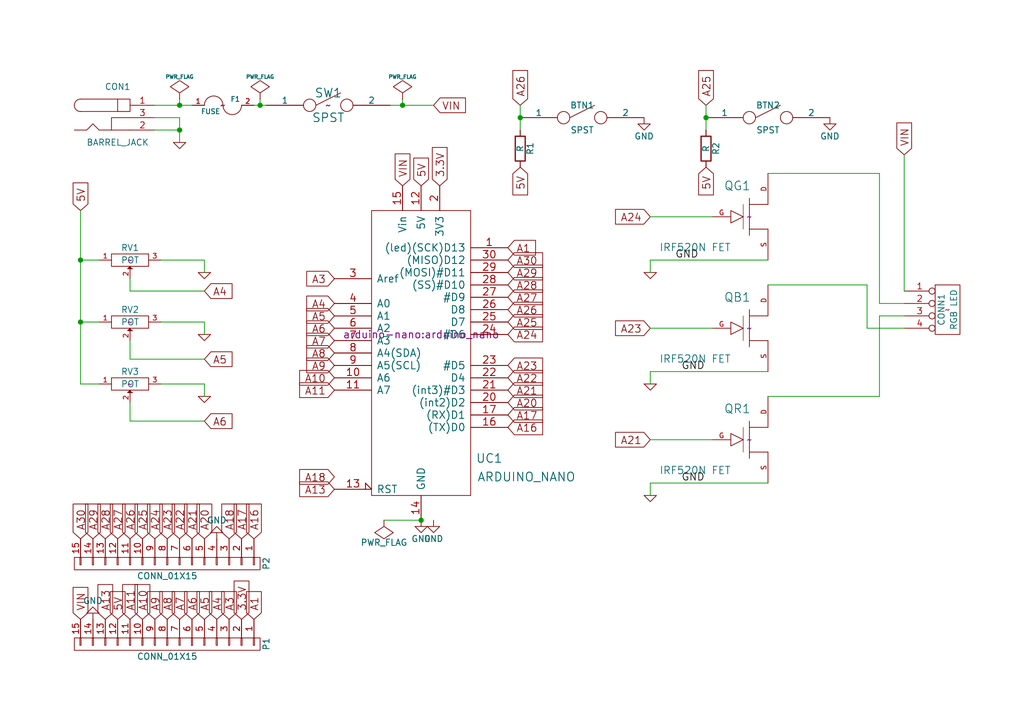
<source format=kicad_sch>
(kicad_sch (version 20230121) (generator eeschema)
  (paper "User" 210.007 148.488)
  (title_block (title "RGB LED v2.1") (date "2017-02-19") (rev "2.1") (company "coredump Hackerspace"))
  (lib_symbols
    (symbol "arduino-nano:arduino_nano" (pin_names (offset 1.016))
      (property "Reference" "U" (at 12.7 -24.13 0))
      (property "Value" "arduino_nano" (at 19.05 -26.67 0))
      (property "Footprint" "DIL20" (at 0 -1.27 0))
      (symbol "arduino_nano_0_0"
        (pin power_in line (at 0 -39.37 90) (length 5.08) (name "GND") (number "14"))
        (pin power_in line (at -3.81 29.21 270) (length 5.08) (name "Vin") (number "15"))
      )
      (symbol "arduino_nano_0_1"
        (rectangle (start -10.16 24.13) (end 10.16 -34.29))
      )
      (symbol "arduino_nano_1_1"
        (pin input line (at 17.78 16.51 180) (length 7.62) (name "(led)(SCK)D13") (number "1"))
        (pin bidirectional line (at -17.78 -10.16 0) (length 7.62) (name "A6") (number "10"))
        (pin bidirectional line (at -17.78 -12.7 0) (length 7.62) (name "A7") (number "11"))
        (pin power_out line (at 0 29.21 270) (length 5.08) (name "5V") (number "12"))
        (pin input input_low (at -17.78 -33.02 0) (length 7.62) (name "RST") (number "13"))
        (pin bidirectional line (at 17.78 -20.32 180) (length 7.62) (name "(TX)D0") (number "16"))
        (pin bidirectional line (at 17.78 -17.78 180) (length 7.62) (name "(RX)D1") (number "17"))
        (pin input input_low (at -17.78 -30.48 0) (length 7.62) hide (name "RST") (number "18"))
        (pin power_in line (at 2.54 -39.37 90) (length 5.08) hide (name "GND") (number "19"))
        (pin power_out line (at 3.81 29.21 270) (length 5.08) (name "3V3") (number "2"))
        (pin bidirectional line (at 17.78 -15.24 180) (length 7.62) (name "(int2)D2") (number "20"))
        (pin bidirectional line (at 17.78 -12.7 180) (length 7.62) (name "(int3)#D3") (number "21"))
        (pin bidirectional line (at 17.78 -10.16 180) (length 7.62) (name "D4") (number "22"))
        (pin bidirectional line (at 17.78 -7.62 180) (length 7.62) (name "#D5") (number "23"))
        (pin bidirectional line (at 17.78 -1.27 180) (length 7.62) (name "#D6") (number "24"))
        (pin bidirectional line (at 17.78 1.27 180) (length 7.62) (name "D7") (number "25"))
        (pin bidirectional line (at 17.78 3.81 180) (length 7.62) (name "D8") (number "26"))
        (pin bidirectional line (at 17.78 6.35 180) (length 7.62) (name "#D9") (number "27"))
        (pin bidirectional line (at 17.78 8.89 180) (length 7.62) (name "(SS)#D10") (number "28"))
        (pin bidirectional line (at 17.78 11.43 180) (length 7.62) (name "(MOSI)#D11") (number "29"))
        (pin input line (at -17.78 10.16 0) (length 7.62) (name "Aref") (number "3"))
        (pin bidirectional line (at 17.78 13.97 180) (length 7.62) (name "(MISO)D12") (number "30"))
        (pin bidirectional line (at -17.78 5.08 0) (length 7.62) (name "A0") (number "4"))
        (pin bidirectional line (at -17.78 2.54 0) (length 7.62) (name "A1") (number "5"))
        (pin bidirectional line (at -17.78 0 0) (length 7.62) (name "A2") (number "6"))
        (pin bidirectional line (at -17.78 -2.54 0) (length 7.62) (name "A3") (number "7"))
        (pin bidirectional line (at -17.78 -5.08 0) (length 7.62) (name "A4(SDA)") (number "8"))
        (pin bidirectional line (at -17.78 -7.62 0) (length 7.62) (name "A5(SCL)") (number "9"))
      )
    )
    (symbol "rgb-led-v2-rescue:BARREL_JACK" (pin_names (offset 1.016))
      (property "Reference" "CON" (at 0 6.35 0))
      (property "Value" "BARREL_JACK" (at 0 -5.08 0))
      (symbol "BARREL_JACK_0_1"
        (arc (start -8.89 2.54) (mid -8.5271 1.6254) (end -7.62 1.27))
        (arc (start -7.62 3.81) (mid -8.5088 3.4366) (end -8.89 2.54))
        (polyline (pts (xy -7.62 1.27) (xy 0 1.27)))
        (polyline (pts (xy 0 3.81) (xy -7.62 3.81)))
        (polyline (pts (xy 2.54 0) (xy -1.27 0) (xy -1.27 -2.54)))
        (polyline (pts (xy 2.54 -2.54) (xy -3.81 -2.54) (xy -5.08 -1.27) (xy -6.35 -2.54) (xy -8.89 -2.54)))
        (rectangle (start 2.54 3.81) (end 0 1.27))
      )
      (symbol "BARREL_JACK_1_1"
        (pin passive line (at 7.62 2.54 180) (length 5.08) (name "~") (number "1"))
        (pin passive line (at 7.62 -2.54 180) (length 5.08) (name "~") (number "2"))
        (pin passive line (at 7.62 0 180) (length 5.08) (name "~") (number "3"))
      )
    )
    (symbol "rgb-led-v2-rescue:CONN_01X15" (pin_names (offset 1.016) hide)
      (property "Reference" "P" (at 0 20.32 0))
      (property "Value" "CONN_01X15" (at 2.54 0 90))
      (symbol "CONN_01X15_0_1"
        (rectangle (start -1.27 -17.653) (end 0.254 -17.907))
        (rectangle (start -1.27 -15.113) (end 0.254 -15.367))
        (rectangle (start -1.27 -12.573) (end 0.254 -12.827))
        (rectangle (start -1.27 -10.033) (end 0.254 -10.287))
        (rectangle (start -1.27 -7.493) (end 0.254 -7.747))
        (rectangle (start -1.27 -4.953) (end 0.254 -5.207))
        (rectangle (start -1.27 -2.413) (end 0.254 -2.667))
        (rectangle (start -1.27 0.127) (end 0.254 -0.127))
        (rectangle (start -1.27 2.667) (end 0.254 2.413))
        (rectangle (start -1.27 5.207) (end 0.254 4.953))
        (rectangle (start -1.27 7.747) (end 0.254 7.493))
        (rectangle (start -1.27 10.287) (end 0.254 10.033))
        (rectangle (start -1.27 12.827) (end 0.254 12.573))
        (rectangle (start -1.27 15.367) (end 0.254 15.113))
        (rectangle (start -1.27 17.907) (end 0.254 17.653))
        (rectangle (start -1.27 19.05) (end 1.27 -19.05))
      )
      (symbol "CONN_01X15_1_1"
        (pin passive line (at -5.08 17.78 0) (length 3.81) (name "P1") (number "1"))
        (pin passive line (at -5.08 -5.08 0) (length 3.81) (name "P10") (number "10"))
        (pin passive line (at -5.08 -7.62 0) (length 3.81) (name "P11") (number "11"))
        (pin passive line (at -5.08 -10.16 0) (length 3.81) (name "P12") (number "12"))
        (pin passive line (at -5.08 -12.7 0) (length 3.81) (name "P13") (number "13"))
        (pin passive line (at -5.08 -15.24 0) (length 3.81) (name "P14") (number "14"))
        (pin passive line (at -5.08 -17.78 0) (length 3.81) (name "P15") (number "15"))
        (pin passive line (at -5.08 15.24 0) (length 3.81) (name "P2") (number "2"))
        (pin passive line (at -5.08 12.7 0) (length 3.81) (name "P3") (number "3"))
        (pin passive line (at -5.08 10.16 0) (length 3.81) (name "P4") (number "4"))
        (pin passive line (at -5.08 7.62 0) (length 3.81) (name "P5") (number "5"))
        (pin passive line (at -5.08 5.08 0) (length 3.81) (name "P6") (number "6"))
        (pin passive line (at -5.08 2.54 0) (length 3.81) (name "P7") (number "7"))
        (pin passive line (at -5.08 0 0) (length 3.81) (name "P8") (number "8"))
        (pin passive line (at -5.08 -2.54 0) (length 3.81) (name "P9") (number "9"))
      )
    )
    (symbol "rgb-led-v2-rescue:CONN_4" (pin_names (offset 1.016) hide)
      (property "Reference" "P" (at -1.27 0 90))
      (property "Value" "CONN_4" (at 1.27 0 90))
      (symbol "CONN_4_0_1"
        (rectangle (start -2.54 5.08) (end 2.54 -5.08))
      )
      (symbol "CONN_4_1_1"
        (pin passive inverted (at -8.89 3.81 0) (length 6.35) (name "P1") (number "1"))
        (pin passive inverted (at -8.89 1.27 0) (length 6.35) (name "P2") (number "2"))
        (pin passive inverted (at -8.89 -1.27 0) (length 6.35) (name "P3") (number "3"))
        (pin passive inverted (at -8.89 -3.81 0) (length 6.35) (name "P4") (number "4"))
      )
    )
    (symbol "rgb-led-v2-rescue:FET_N" (pin_names (offset 0.762) hide)
      (property "Reference" "Q" (at -2.4638 6.35 0))
      (property "Value" "FET_N" (at -3.7338 -6.2738 0))
      (symbol "FET_N_0_1"
        (polyline (pts (xy 0 -3.81) (xy 0 3.81)) (stroke (width 0.1524)))
        (polyline (pts (xy 0 -2.54) (xy 3.81 -2.54)))
        (polyline (pts (xy 0 2.54) (xy 3.81 2.54)))
        (polyline (pts (xy -1.27 2.54) (xy -1.27 -2.54) (xy -1.27 -2.54)) (stroke (width 0.1016)))
        (polyline (pts (xy -1.27 0) (xy -3.81 -1.27) (xy -3.81 1.27) (xy -1.27 0) (xy -1.27 0)))
      )
      (symbol "FET_N_1_1"
        (pin passive line (at 3.81 8.89 270) (length 6.35) (name "D") (number "D"))
        (pin input line (at -7.62 0 0) (length 3.81) (name "G") (number "G"))
        (pin passive line (at 3.81 -8.89 90) (length 6.35) (name "S") (number "S"))
      )
    )
    (symbol "rgb-led-v2-rescue:FUSE" (pin_names (offset 0.254))
      (property "Reference" "F" (at 2.54 1.27 0))
      (property "Value" "FUSE" (at -2.54 -1.27 0))
      (symbol "FUSE_0_1"
        (arc (start 0 0) (mid -1.905 1.8967) (end -3.81 0))
        (arc (start 0 0) (mid 1.905 -1.8967) (end 3.81 0))
      )
      (symbol "FUSE_1_1"
        (pin input line (at -6.35 0 0) (length 2.54) (name "~") (number "1"))
        (pin input line (at 6.35 0 180) (length 2.54) (name "~") (number "2"))
      )
    )
    (symbol "rgb-led-v2-rescue:GND" (power) (pin_names (offset 0))
      (property "Value" "GND" (at 0 -3.81 0))
      (symbol "GND_0_1"
        (polyline (pts (xy 0 0) (xy 0 -1.27) (xy 1.27 -1.27) (xy 0 -2.54) (xy -1.27 -1.27) (xy 0 -1.27)))
      )
      (symbol "GND_1_1"
        (pin power_in line (at 0 0 270) (length 0) hide (name "GND") (number "1"))
      )
    )
    (symbol "rgb-led-v2-rescue:GND-RESCUE-rgb-led-v2" (power) (pin_names (offset 0))
      (symbol "GND-RESCUE-rgb-led-v2_0_1"
        (polyline (pts (xy -1.27 0) (xy 0 -1.27) (xy 1.27 0) (xy -1.27 0)))
      )
      (symbol "GND-RESCUE-rgb-led-v2_1_1"
        (pin power_in line (at 0 0 90) (length 0) hide (name "GND") (number "1"))
      )
    )
    (symbol "rgb-led-v2-rescue:POT-RESCUE-rgb-led-v2" (pin_names (offset 1.016) hide)
      (property "Reference" "RV" (at 0 -2.54 0))
      (property "Value" "POT-RESCUE-rgb-led-v2" (at 0 0 0))
      (symbol "POT-RESCUE-rgb-led-v2_0_1"
        (rectangle (start -3.81 1.27) (end 3.81 -1.27))
        (polyline (pts (xy 0 1.27) (xy -0.508 1.778) (xy 0.508 1.778)) (fill (type outline)))
      )
      (symbol "POT-RESCUE-rgb-led-v2_1_1"
        (pin passive line (at -6.35 0 0) (length 2.54) (name "1") (number "1"))
        (pin passive line (at 0 3.81 270) (length 2.032) (name "2") (number "2"))
        (pin passive line (at 6.35 0 180) (length 2.54) (name "3") (number "3"))
      )
    )
    (symbol "rgb-led-v2-rescue:PWR_FLAG" (power) (pin_numbers hide) (pin_names (offset 0) hide)
      (property "Value" "PWR_FLAG" (at 0 4.572 0))
      (symbol "PWR_FLAG_0_0"
        (pin power_out line (at 0 0 90) (length 0) (name "pwr") (number "1"))
      )
      (symbol "PWR_FLAG_0_1"
        (polyline (pts (xy 0 0) (xy 0 1.27) (xy -1.905 2.54) (xy 0 3.81) (xy 1.905 2.54) (xy 0 1.27)))
      )
    )
    (symbol "rgb-led-v2-rescue:R" (pin_numbers hide) (pin_names (offset 0))
      (property "Reference" "R" (at 2.032 0 90))
      (property "Value" "R" (at 0 0 90))
      (symbol "R_0_1"
        (rectangle (start -1.016 -2.54) (end 1.016 2.54) (stroke (width 0.254)))
      )
      (symbol "R_1_1"
        (pin passive line (at 0 3.81 270) (length 1.27) (name "~") (number "1"))
        (pin passive line (at 0 -3.81 90) (length 1.27) (name "~") (number "2"))
      )
    )
    (symbol "rgb-led-v2-rescue:SPST" (pin_numbers hide) (pin_names (offset 0))
      (property "Reference" "SW" (at 0 2.54 0))
      (property "Value" "SPST" (at 0 -2.54 0))
      (symbol "SPST_0_0"
        (circle (center -3.81 0) (radius 1.27))
        (polyline (pts (xy -2.54 0) (xy 2.54 2.54)))
        (circle (center 3.81 0) (radius 1.27))
      )
      (symbol "SPST_1_1"
        (pin input line (at -12.7 0 0) (length 7.62) (name "1") (number "1"))
        (pin input line (at 12.7 0 180) (length 7.62) (name "2") (number "2"))
      )
    )
  )
  (junction (at 53.34 21.59))
  (junction (at 106.68 24.13))
  (junction (at 144.78 24.13))
  (junction (at 86.36 106.68))
  (junction (at 16.51 53.34))
  (junction (at 16.51 66.04))
  (junction (at 82.55 21.59))
  (junction (at 36.83 26.67))
  (junction (at 36.83 21.59))
  (wire (pts (xy 41.91 53.34) (xy 41.91 55.88)))
  (wire (pts (xy 26.67 57.15) (xy 26.67 59.69)))
  (wire (pts (xy 16.51 43.18) (xy 16.51 53.34)))
  (wire (pts (xy 133.35 44.45) (xy 146.05 44.45)))
  (wire (pts (xy 31.75 21.59) (xy 36.83 21.59)))
  (wire (pts (xy 185.42 62.23) (xy 180.34 62.23)))
  (wire (pts (xy 31.75 26.67) (xy 36.83 26.67)))
  (wire (pts (xy 31.75 24.13) (xy 36.83 24.13)))
  (wire (pts (xy 33.02 78.74) (xy 41.91 78.74)))
  (wire (pts (xy 16.51 66.04) (xy 20.32 66.04)))
  (wire (pts (xy 185.42 31.75) (xy 185.42 59.69)))
  (wire (pts (xy 26.67 82.55) (xy 26.67 86.36)))
  (wire (pts (xy 80.01 21.59) (xy 82.55 21.59)))
  (wire (pts (xy 157.48 53.34) (xy 133.35 53.34)))
  (wire (pts (xy 16.51 78.74) (xy 20.32 78.74)))
  (wire (pts (xy 177.8 67.31) (xy 177.8 58.42)))
  (wire (pts (xy 133.35 76.2) (xy 133.35 78.74)))
  (wire (pts (xy 106.68 24.13) (xy 106.68 26.67)))
  (wire (pts (xy 180.34 64.77) (xy 180.34 81.28)))
  (wire (pts (xy 185.42 67.31) (xy 177.8 67.31)))
  (wire (pts (xy 41.91 53.34) (xy 33.02 53.34)))
  (wire (pts (xy 52.07 21.59) (xy 53.34 21.59)))
  (wire (pts (xy 157.48 99.06) (xy 133.35 99.06)))
  (wire (pts (xy 16.51 66.04) (xy 16.51 78.74)))
  (wire (pts (xy 185.42 64.77) (xy 180.34 64.77)))
  (wire (pts (xy 78.74 106.68) (xy 86.36 106.68)))
  (wire (pts (xy 36.83 21.59) (xy 36.83 20.32)))
  (wire (pts (xy 41.91 78.74) (xy 41.91 81.28)))
  (wire (pts (xy 180.34 62.23) (xy 180.34 35.56)))
  (wire (pts (xy 26.67 73.66) (xy 41.91 73.66)))
  (wire (pts (xy 33.02 66.04) (xy 41.91 66.04)))
  (wire (pts (xy 16.51 53.34) (xy 20.32 53.34)))
  (wire (pts (xy 26.67 69.85) (xy 26.67 73.66)))
  (wire (pts (xy 157.48 76.2) (xy 133.35 76.2)))
  (wire (pts (xy 177.8 58.42) (xy 157.48 58.42)))
  (wire (pts (xy 133.35 67.31) (xy 146.05 67.31)))
  (wire (pts (xy 146.05 90.17) (xy 133.35 90.17)))
  (wire (pts (xy 144.78 24.13) (xy 144.78 26.67)))
  (wire (pts (xy 16.51 53.34) (xy 16.51 66.04)))
  (wire (pts (xy 53.34 21.59) (xy 54.61 21.59)))
  (wire (pts (xy 26.67 59.69) (xy 41.91 59.69)))
  (wire (pts (xy 106.68 21.59) (xy 106.68 24.13)))
  (wire (pts (xy 41.91 66.04) (xy 41.91 68.58)))
  (wire (pts (xy 53.34 20.32) (xy 53.34 21.59)))
  (wire (pts (xy 36.83 24.13) (xy 36.83 26.67)))
  (wire (pts (xy 82.55 21.59) (xy 88.9 21.59)))
  (wire (pts (xy 133.35 53.34) (xy 133.35 55.88)))
  (wire (pts (xy 82.55 20.32) (xy 82.55 21.59)))
  (wire (pts (xy 36.83 26.67) (xy 36.83 29.21)))
  (wire (pts (xy 36.83 21.59) (xy 39.37 21.59)))
  (wire (pts (xy 144.78 21.59) (xy 144.78 24.13)))
  (wire (pts (xy 180.34 35.56) (xy 157.48 35.56)))
  (wire (pts (xy 26.67 86.36) (xy 41.91 86.36)))
  (wire (pts (xy 133.35 99.06) (xy 133.35 101.6)))
  (wire (pts (xy 180.34 81.28) (xy 157.48 81.28)))
  (label "GND" (at 138.43 53.34 0) (effects (font (size 1.524 1.524))))
  (label "GND" (at 139.7 76.2 0) (effects (font (size 1.524 1.524))))
  (label "GND" (at 139.7 99.06 0) (effects (font (size 1.524 1.524))))
  (global_label "A7" (shape input) (at 68.58 69.85 180) (effects (font (size 1.524 1.524))) (property "Intersheetrefs" "${INTERSHEET_REFS}" (effects hide)))
  (global_label "A24" (shape input) (at 31.75 110.49 90) (effects (font (size 1.524 1.524))) (property "Intersheetrefs" "${INTERSHEET_REFS}" (effects hide)))
  (global_label "A24" (shape input) (at 133.35 44.45 180) (effects (font (size 1.524 1.524))) (property "Intersheetrefs" "${INTERSHEET_REFS}" (effects hide)))
  (global_label "A24" (shape input) (at 104.14 68.58 0) (effects (font (size 1.524 1.524))) (property "Intersheetrefs" "${INTERSHEET_REFS}" (effects hide)))
  (global_label "A10" (shape input) (at 68.58 77.47 180) (effects (font (size 1.524 1.524))) (property "Intersheetrefs" "${INTERSHEET_REFS}" (effects hide)))
  (global_label "A26" (shape input) (at 26.67 110.49 90) (effects (font (size 1.524 1.524))) (property "Intersheetrefs" "${INTERSHEET_REFS}" (effects hide)))
  (global_label "5V" (shape input) (at 24.13 127 90) (effects (font (size 1.524 1.524))) (property "Intersheetrefs" "${INTERSHEET_REFS}" (effects hide)))
  (global_label "A6" (shape input) (at 41.91 86.36 0) (effects (font (size 1.524 1.524))) (property "Intersheetrefs" "${INTERSHEET_REFS}" (effects hide)))
  (global_label "A22" (shape input) (at 36.83 110.49 90) (effects (font (size 1.524 1.524))) (property "Intersheetrefs" "${INTERSHEET_REFS}" (effects hide)))
  (global_label "A26" (shape input) (at 106.68 21.59 90) (effects (font (size 1.524 1.524))) (property "Intersheetrefs" "${INTERSHEET_REFS}" (effects hide)))
  (global_label "A18" (shape input) (at 68.58 97.79 180) (effects (font (size 1.524 1.524))) (property "Intersheetrefs" "${INTERSHEET_REFS}" (effects hide)))
  (global_label "A20" (shape input) (at 104.14 82.55 0) (effects (font (size 1.524 1.524))) (property "Intersheetrefs" "${INTERSHEET_REFS}" (effects hide)))
  (global_label "A21" (shape input) (at 133.35 90.17 180) (effects (font (size 1.524 1.524))) (property "Intersheetrefs" "${INTERSHEET_REFS}" (effects hide)))
  (global_label "A18" (shape input) (at 46.99 110.49 90) (effects (font (size 1.524 1.524))) (property "Intersheetrefs" "${INTERSHEET_REFS}" (effects hide)))
  (global_label "A16" (shape input) (at 104.14 87.63 0) (effects (font (size 1.524 1.524))) (property "Intersheetrefs" "${INTERSHEET_REFS}" (effects hide)))
  (global_label "VIN" (shape input) (at 185.42 31.75 90) (effects (font (size 1.524 1.524))) (property "Intersheetrefs" "${INTERSHEET_REFS}" (effects hide)))
  (global_label "3.3V" (shape input) (at 90.17 38.1 90) (effects (font (size 1.524 1.524))) (property "Intersheetrefs" "${INTERSHEET_REFS}" (effects hide)))
  (global_label "A23" (shape input) (at 34.29 110.49 90) (effects (font (size 1.524 1.524))) (property "Intersheetrefs" "${INTERSHEET_REFS}" (effects hide)))
  (global_label "A5" (shape input) (at 41.91 127 90) (effects (font (size 1.524 1.524))) (property "Intersheetrefs" "${INTERSHEET_REFS}" (effects hide)))
  (global_label "5V" (shape input) (at 16.51 43.18 90) (effects (font (size 1.524 1.524))) (property "Intersheetrefs" "${INTERSHEET_REFS}" (effects hide)))
  (global_label "A26" (shape input) (at 104.14 63.5 0) (effects (font (size 1.524 1.524))) (property "Intersheetrefs" "${INTERSHEET_REFS}" (effects hide)))
  (global_label "A16" (shape input) (at 52.07 110.49 90) (effects (font (size 1.524 1.524))) (property "Intersheetrefs" "${INTERSHEET_REFS}" (effects hide)))
  (global_label "A7" (shape input) (at 36.83 127 90) (effects (font (size 1.524 1.524))) (property "Intersheetrefs" "${INTERSHEET_REFS}" (effects hide)))
  (global_label "A13" (shape input) (at 21.59 127 90) (effects (font (size 1.524 1.524))) (property "Intersheetrefs" "${INTERSHEET_REFS}" (effects hide)))
  (global_label "A25" (shape input) (at 29.21 110.49 90) (effects (font (size 1.524 1.524))) (property "Intersheetrefs" "${INTERSHEET_REFS}" (effects hide)))
  (global_label "A23" (shape input) (at 104.14 74.93 0) (effects (font (size 1.524 1.524))) (property "Intersheetrefs" "${INTERSHEET_REFS}" (effects hide)))
  (global_label "A5" (shape input) (at 68.58 64.77 180) (effects (font (size 1.524 1.524))) (property "Intersheetrefs" "${INTERSHEET_REFS}" (effects hide)))
  (global_label "VIN" (shape input) (at 16.51 127 90) (effects (font (size 1.524 1.524))) (property "Intersheetrefs" "${INTERSHEET_REFS}" (effects hide)))
  (global_label "A11" (shape input) (at 68.58 80.01 180) (effects (font (size 1.524 1.524))) (property "Intersheetrefs" "${INTERSHEET_REFS}" (effects hide)))
  (global_label "A23" (shape input) (at 133.35 67.31 180) (effects (font (size 1.524 1.524))) (property "Intersheetrefs" "${INTERSHEET_REFS}" (effects hide)))
  (global_label "VIN" (shape input) (at 88.9 21.59 0) (effects (font (size 1.524 1.524))) (property "Intersheetrefs" "${INTERSHEET_REFS}" (effects hide)))
  (global_label "A6" (shape input) (at 39.37 127 90) (effects (font (size 1.524 1.524))) (property "Intersheetrefs" "${INTERSHEET_REFS}" (effects hide)))
  (global_label "A21" (shape input) (at 39.37 110.49 90) (effects (font (size 1.524 1.524))) (property "Intersheetrefs" "${INTERSHEET_REFS}" (effects hide)))
  (global_label "5V" (shape input) (at 106.68 34.29 270) (effects (font (size 1.524 1.524))) (property "Intersheetrefs" "${INTERSHEET_REFS}" (effects hide)))
  (global_label "A30" (shape input) (at 16.51 110.49 90) (effects (font (size 1.524 1.524))) (property "Intersheetrefs" "${INTERSHEET_REFS}" (effects hide)))
  (global_label "A29" (shape input) (at 19.05 110.49 90) (effects (font (size 1.524 1.524))) (property "Intersheetrefs" "${INTERSHEET_REFS}" (effects hide)))
  (global_label "A17" (shape input) (at 104.14 85.09 0) (effects (font (size 1.524 1.524))) (property "Intersheetrefs" "${INTERSHEET_REFS}" (effects hide)))
  (global_label "A25" (shape input) (at 144.78 21.59 90) (effects (font (size 1.524 1.524))) (property "Intersheetrefs" "${INTERSHEET_REFS}" (effects hide)))
  (global_label "A11" (shape input) (at 26.67 127 90) (effects (font (size 1.524 1.524))) (property "Intersheetrefs" "${INTERSHEET_REFS}" (effects hide)))
  (global_label "A27" (shape input) (at 104.14 60.96 0) (effects (font (size 1.524 1.524))) (property "Intersheetrefs" "${INTERSHEET_REFS}" (effects hide)))
  (global_label "A27" (shape input) (at 24.13 110.49 90) (effects (font (size 1.524 1.524))) (property "Intersheetrefs" "${INTERSHEET_REFS}" (effects hide)))
  (global_label "A1" (shape input) (at 52.07 127 90) (effects (font (size 1.524 1.524))) (property "Intersheetrefs" "${INTERSHEET_REFS}" (effects hide)))
  (global_label "A30" (shape input) (at 104.14 53.34 0) (effects (font (size 1.524 1.524))) (property "Intersheetrefs" "${INTERSHEET_REFS}" (effects hide)))
  (global_label "A4" (shape input) (at 41.91 59.69 0) (effects (font (size 1.524 1.524))) (property "Intersheetrefs" "${INTERSHEET_REFS}" (effects hide)))
  (global_label "A21" (shape input) (at 104.14 80.01 0) (effects (font (size 1.524 1.524))) (property "Intersheetrefs" "${INTERSHEET_REFS}" (effects hide)))
  (global_label "A25" (shape input) (at 104.14 66.04 0) (effects (font (size 1.524 1.524))) (property "Intersheetrefs" "${INTERSHEET_REFS}" (effects hide)))
  (global_label "A4" (shape input) (at 68.58 62.23 180) (effects (font (size 1.524 1.524))) (property "Intersheetrefs" "${INTERSHEET_REFS}" (effects hide)))
  (global_label "A5" (shape input) (at 41.91 73.66 0) (effects (font (size 1.524 1.524))) (property "Intersheetrefs" "${INTERSHEET_REFS}" (effects hide)))
  (global_label "A8" (shape input) (at 34.29 127 90) (effects (font (size 1.524 1.524))) (property "Intersheetrefs" "${INTERSHEET_REFS}" (effects hide)))
  (global_label "A28" (shape input) (at 21.59 110.49 90) (effects (font (size 1.524 1.524))) (property "Intersheetrefs" "${INTERSHEET_REFS}" (effects hide)))
  (global_label "5V" (shape input) (at 144.78 34.29 270) (effects (font (size 1.524 1.524))) (property "Intersheetrefs" "${INTERSHEET_REFS}" (effects hide)))
  (global_label "A1" (shape input) (at 104.14 50.8 0) (effects (font (size 1.524 1.524))) (property "Intersheetrefs" "${INTERSHEET_REFS}" (effects hide)))
  (global_label "A6" (shape input) (at 68.58 67.31 180) (effects (font (size 1.524 1.524))) (property "Intersheetrefs" "${INTERSHEET_REFS}" (effects hide)))
  (global_label "A8" (shape input) (at 68.58 72.39 180) (effects (font (size 1.524 1.524))) (property "Intersheetrefs" "${INTERSHEET_REFS}" (effects hide)))
  (global_label "A10" (shape input) (at 29.21 127 90) (effects (font (size 1.524 1.524))) (property "Intersheetrefs" "${INTERSHEET_REFS}" (effects hide)))
  (global_label "5V" (shape input) (at 86.36 38.1 90) (effects (font (size 1.524 1.524))) (property "Intersheetrefs" "${INTERSHEET_REFS}" (effects hide)))
  (global_label "A29" (shape input) (at 104.14 55.88 0) (effects (font (size 1.524 1.524))) (property "Intersheetrefs" "${INTERSHEET_REFS}" (effects hide)))
  (global_label "3.3V" (shape input) (at 49.53 127 90) (effects (font (size 1.524 1.524))) (property "Intersheetrefs" "${INTERSHEET_REFS}" (effects hide)))
  (global_label "VIN" (shape input) (at 82.55 38.1 90) (effects (font (size 1.524 1.524))) (property "Intersheetrefs" "${INTERSHEET_REFS}" (effects hide)))
  (global_label "A9" (shape input) (at 68.58 74.93 180) (effects (font (size 1.524 1.524))) (property "Intersheetrefs" "${INTERSHEET_REFS}" (effects hide)))
  (global_label "A4" (shape input) (at 44.45 127 90) (effects (font (size 1.524 1.524))) (property "Intersheetrefs" "${INTERSHEET_REFS}" (effects hide)))
  (global_label "A28" (shape input) (at 104.14 58.42 0) (effects (font (size 1.524 1.524))) (property "Intersheetrefs" "${INTERSHEET_REFS}" (effects hide)))
  (global_label "A9" (shape input) (at 31.75 127 90) (effects (font (size 1.524 1.524))) (property "Intersheetrefs" "${INTERSHEET_REFS}" (effects hide)))
  (global_label "A17" (shape input) (at 49.53 110.49 90) (effects (font (size 1.524 1.524))) (property "Intersheetrefs" "${INTERSHEET_REFS}" (effects hide)))
  (global_label "A3" (shape input) (at 68.58 57.15 180) (effects (font (size 1.524 1.524))) (property "Intersheetrefs" "${INTERSHEET_REFS}" (effects hide)))
  (global_label "A20" (shape input) (at 41.91 110.49 90) (effects (font (size 1.524 1.524))) (property "Intersheetrefs" "${INTERSHEET_REFS}" (effects hide)))
  (global_label "A13" (shape input) (at 68.58 100.33 180) (effects (font (size 1.524 1.524))) (property "Intersheetrefs" "${INTERSHEET_REFS}" (effects hide)))
  (global_label "A22" (shape input) (at 104.14 77.47 0) (effects (font (size 1.524 1.524))) (property "Intersheetrefs" "${INTERSHEET_REFS}" (effects hide)))
  (global_label "A3" (shape input) (at 46.99 127 90) (effects (font (size 1.524 1.524))) (property "Intersheetrefs" "${INTERSHEET_REFS}" (effects hide)))
  (symbol (lib_id "rgb-led-v2-rescue:FET_N") (at 153.67 90.17 0) (unit 1)
    (property "Reference" "QR1" (at 151.2062 83.82 0) (effects (font (size 1.778 1.778))))
    (property "Value" "IRF520N FET" (at 149.9362 96.4438 0) (effects (font (size 1.524 1.524)) (justify right)))
    (property "Footprint" "library:IRF520N" (effects hide))
    (property "Datasheet" "~" (at 153.67 90.17 0) (effects (font (size 1.524 1.524))))
  )
  (symbol (lib_id "rgb-led-v2-rescue:FET_N") (at 153.67 44.45 0) (unit 1)
    (property "Reference" "QG1" (at 151.2062 38.1 0) (effects (font (size 1.778 1.778))))
    (property "Value" "IRF520N FET" (at 149.9362 50.7238 0) (effects (font (size 1.524 1.524)) (justify right)))
    (property "Footprint" "library:IRF520N" (effects hide))
    (property "Datasheet" "~" (at 153.67 44.45 0) (effects (font (size 1.524 1.524))))
  )
  (symbol (lib_id "rgb-led-v2-rescue:FET_N") (at 153.67 67.31 0) (unit 1)
    (property "Reference" "QB1" (at 151.2062 60.96 0) (effects (font (size 1.778 1.778))))
    (property "Value" "IRF520N FET" (at 149.9362 73.5838 0) (effects (font (size 1.524 1.524)) (justify right)))
    (property "Footprint" "library:IRF520N" (effects hide))
    (property "Datasheet" "~" (at 153.67 67.31 0) (effects (font (size 1.524 1.524))))
  )
  (symbol (lib_id "rgb-led-v2-rescue:CONN_4") (at 194.31 63.5 0) (unit 1)
    (property "Reference" "CONN1" (at 193.04 63.5 90))
    (property "Value" "RGB LED" (at 195.58 63.5 90))
    (property "Footprint" "library:PIN_ARRAY_4x1_THICK" (effects hide))
    (property "Datasheet" "~" (at 194.31 63.5 0) (effects (font (size 1.524 1.524))))
  )
  (symbol (lib_id "rgb-led-v2-rescue:POT-RESCUE-rgb-led-v2") (at 26.67 53.34 0) (mirror x) (unit 1)
    (property "Reference" "RV1" (at 26.67 50.8 0))
    (property "Value" "POT" (at 26.67 53.34 0))
    (property "Footprint" "library:POT_3" (effects hide))
    (property "Datasheet" "~" (at 26.67 53.34 0) (effects (font (size 1.524 1.524))))
  )
  (symbol (lib_id "rgb-led-v2-rescue:POT-RESCUE-rgb-led-v2") (at 26.67 66.04 0) (mirror x) (unit 1)
    (property "Reference" "RV2" (at 26.67 63.5 0))
    (property "Value" "POT" (at 26.67 66.04 0))
    (property "Footprint" "library:POT_3" (effects hide))
    (property "Datasheet" "~" (at 26.67 66.04 0) (effects (font (size 1.524 1.524))))
  )
  (symbol (lib_id "rgb-led-v2-rescue:POT-RESCUE-rgb-led-v2") (at 26.67 78.74 0) (mirror x) (unit 1)
    (property "Reference" "RV3" (at 26.67 76.2 0))
    (property "Value" "POT" (at 26.67 78.74 0))
    (property "Footprint" "library:POT_3" (effects hide))
    (property "Datasheet" "~" (at 26.67 78.74 0) (effects (font (size 1.524 1.524))))
  )
  (symbol (lib_id "arduino-nano:arduino_nano") (at 86.36 67.31 0) (unit 1)
    (property "Reference" "UC1" (at 100.33 93.98 0) (effects (font (size 1.778 1.778))))
    (property "Value" "ARDUINO_NANO" (at 107.95 97.79 0) (effects (font (size 1.778 1.778))))
    (property "Footprint" "arduino-nano:arduino_nano" (at 86.36 68.58 0) (effects (font (size 1.524 1.524))))
  )
  (symbol (lib_id "rgb-led-v2-rescue:GND-RESCUE-rgb-led-v2") (at 133.35 55.88 0) (unit 1)
    (property "Reference" "#PWR01" (effects hide))
    (property "Value" "GND" (effects hide))
  )
  (symbol (lib_id "rgb-led-v2-rescue:GND-RESCUE-rgb-led-v2") (at 133.35 78.74 0) (unit 1)
    (property "Reference" "#PWR02" (effects hide))
    (property "Value" "GND" (effects hide))
  )
  (symbol (lib_id "rgb-led-v2-rescue:GND-RESCUE-rgb-led-v2") (at 133.35 101.6 0) (unit 1)
    (property "Reference" "#PWR09" (effects hide))
    (property "Value" "GND" (effects hide))
  )
  (symbol (lib_id "rgb-led-v2-rescue:GND-RESCUE-rgb-led-v2") (at 41.91 81.28 0) (mirror y) (unit 1)
    (property "Reference" "#PWR04" (effects hide))
    (property "Value" "GND" (effects hide))
  )
  (symbol (lib_id "rgb-led-v2-rescue:GND-RESCUE-rgb-led-v2") (at 41.91 68.58 0) (mirror y) (unit 1)
    (property "Reference" "#PWR05" (effects hide))
    (property "Value" "GND" (effects hide))
  )
  (symbol (lib_id "rgb-led-v2-rescue:GND-RESCUE-rgb-led-v2") (at 41.91 55.88 0) (mirror y) (unit 1)
    (property "Reference" "#PWR06" (effects hide))
    (property "Value" "GND" (effects hide))
  )
  (symbol (lib_id "rgb-led-v2-rescue:PWR_FLAG") (at 36.83 20.32 0) (unit 1)
    (property "Reference" "#FLG03" (effects hide))
    (property "Value" "PWR_FLAG" (at 36.83 15.748 0) (effects (font (size 0.762 0.762))))
  )
  (symbol (lib_id "rgb-led-v2-rescue:SPST") (at 67.31 21.59 0) (unit 1)
    (property "Reference" "SW1" (at 67.31 19.05 0) (effects (font (size 1.778 1.778))))
    (property "Value" "SPST" (at 67.31 24.13 0) (effects (font (size 1.778 1.778))))
    (property "Footprint" "library:Switch_SS-12F46" (effects hide))
    (property "Datasheet" "~" (at 67.31 21.59 0) (effects (font (size 1.524 1.524))))
  )
  (symbol (lib_id "rgb-led-v2-rescue:PWR_FLAG") (at 82.55 20.32 0) (unit 1)
    (property "Reference" "#FLG07" (effects hide))
    (property "Value" "PWR_FLAG" (at 82.55 15.748 0) (effects (font (size 0.762 0.762))))
  )
  (symbol (lib_id "rgb-led-v2-rescue:GND-RESCUE-rgb-led-v2") (at 36.83 29.21 0) (unit 1)
    (property "Reference" "#PWR08" (effects hide))
    (property "Value" "GND" (effects hide))
  )
  (symbol (lib_id "rgb-led-v2-rescue:FUSE") (at 45.72 21.59 0) (unit 1)
    (property "Reference" "F1" (at 48.26 20.32 0) (effects (font (size 1.016 1.016))))
    (property "Value" "FUSE" (at 43.18 22.86 0) (effects (font (size 1.016 1.016))))
    (property "Footprint" "library:KCD3" (effects hide))
    (property "Datasheet" "~" (at 45.72 21.59 0) (effects (font (size 1.524 1.524))))
  )
  (symbol (lib_id "rgb-led-v2-rescue:PWR_FLAG") (at 53.34 20.32 0) (unit 1)
    (property "Reference" "#FLG010" (effects hide))
    (property "Value" "PWR_FLAG" (at 53.34 15.748 0) (effects (font (size 0.762 0.762))))
  )
  (symbol (lib_id "rgb-led-v2-rescue:BARREL_JACK") (at 24.13 24.13 0) (unit 1)
    (property "Reference" "CON1" (at 24.13 17.78 0))
    (property "Value" "BARREL_JACK" (at 24.13 29.21 0))
    (property "Footprint" "Connect:BARREL_JACK" (effects hide))
  )
  (symbol (lib_id "rgb-led-v2-rescue:CONN_01X15") (at 34.29 132.08 270) (unit 1)
    (property "Reference" "P1" (at 54.61 132.08 0))
    (property "Value" "CONN_01X15" (at 34.29 134.62 90))
    (property "Footprint" "Pin_Headers:Pin_Header_Straight_1x15_Pitch2.54mm" (effects hide))
  )
  (symbol (lib_id "rgb-led-v2-rescue:CONN_01X15") (at 34.29 115.57 270) (unit 1)
    (property "Reference" "P2" (at 54.61 115.57 0))
    (property "Value" "CONN_01X15" (at 34.29 118.11 90))
    (property "Footprint" "Pin_Headers:Pin_Header_Straight_1x15_Pitch2.54mm" (effects hide))
  )
  (symbol (lib_id "rgb-led-v2-rescue:GND") (at 44.45 110.49 180) (unit 1)
    (property "Reference" "#PWR011" (effects hide))
    (property "Value" "GND" (at 44.45 106.68 0))
  )
  (symbol (lib_id "rgb-led-v2-rescue:GND") (at 19.05 127 180) (unit 1)
    (property "Reference" "#PWR012" (effects hide))
    (property "Value" "GND" (at 19.05 123.19 0))
  )
  (symbol (lib_id "rgb-led-v2-rescue:GND") (at 88.9 106.68 0) (unit 1)
    (property "Reference" "#PWR013" (effects hide))
    (property "Value" "GND" (at 88.9 110.49 0))
  )
  (symbol (lib_id "rgb-led-v2-rescue:GND") (at 86.36 106.68 0) (unit 1)
    (property "Reference" "#PWR014" (effects hide))
    (property "Value" "GND" (at 86.36 110.49 0))
  )
  (symbol (lib_id "rgb-led-v2-rescue:PWR_FLAG") (at 78.74 106.68 180) (unit 1)
    (property "Reference" "#FLG015" (effects hide))
    (property "Value" "PWR_FLAG" (at 78.74 111.252 0))
  )
  (symbol (lib_id "rgb-led-v2-rescue:SPST") (at 157.48 24.13 0) (unit 1)
    (property "Reference" "BTN2" (at 157.48 21.59 0))
    (property "Value" "SPST" (at 157.48 26.67 0))
    (property "Footprint" "rgbled-custom:PUSHBUTTON_TS044S" (effects hide))
  )
  (symbol (lib_id "rgb-led-v2-rescue:SPST") (at 119.38 24.13 0) (unit 1)
    (property "Reference" "BTN1" (at 119.38 21.59 0))
    (property "Value" "SPST" (at 119.38 26.67 0))
    (property "Footprint" "rgbled-custom:PUSHBUTTON_TS044S" (effects hide))
  )
  (symbol (lib_id "rgb-led-v2-rescue:GND") (at 132.08 24.13 0) (unit 1)
    (property "Reference" "#PWR016" (effects hide))
    (property "Value" "GND" (at 132.08 27.94 0))
  )
  (symbol (lib_id "rgb-led-v2-rescue:GND") (at 170.18 24.13 0) (unit 1)
    (property "Reference" "#PWR017" (effects hide))
    (property "Value" "GND" (at 170.18 27.94 0))
  )
  (symbol (lib_id "rgb-led-v2-rescue:R") (at 144.78 30.48 0) (unit 1)
    (property "Reference" "R2" (at 146.812 30.48 90))
    (property "Value" "R" (at 144.78 30.48 90))
    (property "Footprint" "Resistors_THT:R_Axial_DIN0207_L6.3mm_D2.5mm_P10.16mm_Horizontal" (effects hide))
  )
  (symbol (lib_id "rgb-led-v2-rescue:R") (at 106.68 30.48 0) (unit 1)
    (property "Reference" "R1" (at 108.712 30.48 90))
    (property "Value" "R" (at 106.68 30.48 90))
    (property "Footprint" "Resistors_THT:R_Axial_DIN0207_L6.3mm_D2.5mm_P10.16mm_Horizontal" (effects hide))
  )
)
</source>
